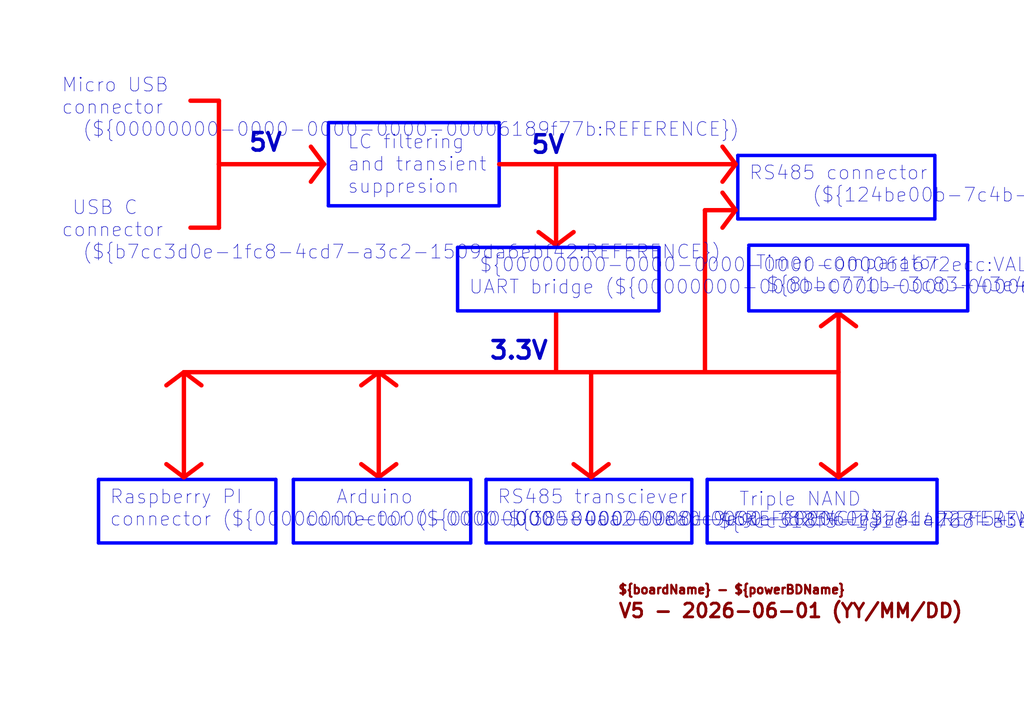
<source format=kicad_sch>
(kicad_sch (version 20230121) (generator eeschema)
  (paper "A4")
  (title_block (title "${boardName} - ${powerBDName}") (date "2023-06-18") (rev "V5"))
  (lib_symbols)
  (polyline (pts (xy 213.36 60.96) (xy 209.55 66.04)) (stroke (width 1.27) (type solid) (color 255 0 0 1)))
  (polyline (pts (xy 53.34 107.95) (xy 53.34 138.43)) (stroke (width 1.27) (type solid) (color 255 0 0 1)))
  (polyline (pts (xy 58.42 134.62) (xy 53.34 138.43)) (stroke (width 1.27) (type solid) (color 255 0 0 1)))
  (polyline (pts (xy 243.205 90.805) (xy 248.285 94.615)) (stroke (width 1.27) (type solid) (color 255 0 0 1)))
  (polyline (pts (xy 140.97 139.065) (xy 140.97 157.48)) (stroke (width 1) (type solid) (color 0 0 255 1)))
  (polyline (pts (xy 280.67 90.17) (xy 217.17 90.17)) (stroke (width 1) (type solid) (color 0 0 255 1)))
  (polyline (pts (xy 63.5 66.04) (xy 63.5 47.625)) (stroke (width 1.27) (type solid) (color 255 0 0 1)))
  (polyline (pts (xy 144.78 59.69) (xy 95.25 59.69)) (stroke (width 1) (type solid) (color 0 0 255 1)))
  (polyline (pts (xy 271.78 157.48) (xy 205.105 157.48)) (stroke (width 1) (type solid) (color 0 0 255 1)))
  (polyline (pts (xy 176.53 134.62) (xy 171.45 138.43)) (stroke (width 1.27) (type solid) (color 255 0 0 1)))
  (polyline (pts (xy 171.45 138.43) (xy 166.37 134.62)) (stroke (width 1.27) (type solid) (color 255 0 0 1)))
  (polyline (pts (xy 213.995 45.085) (xy 213.995 63.5)) (stroke (width 1) (type solid) (color 0 0 255 1)))
  (polyline (pts (xy 238.125 94.615) (xy 243.205 90.805)) (stroke (width 1.27) (type solid) (color 255 0 0 1)))
  (polyline (pts (xy 132.715 71.755) (xy 132.715 90.17)) (stroke (width 1) (type solid) (color 0 0 255 1)))
  (polyline (pts (xy 93.98 47.625) (xy 90.17 52.705)) (stroke (width 1.27) (type solid) (color 255 0 0 1)))
  (polyline (pts (xy 217.17 71.755) (xy 217.17 90.17)) (stroke (width 1) (type solid) (color 0 0 255 1)))
  (polyline (pts (xy 55.245 29.21) (xy 63.5 29.21)) (stroke (width 1.27) (type solid) (color 255 0 0 1)))
  (polyline (pts (xy 136.525 139.065) (xy 85.09 139.065)) (stroke (width 1) (type solid) (color 0 0 255 1)))
  (polyline (pts (xy 136.525 157.48) (xy 85.09 157.48)) (stroke (width 1) (type solid) (color 0 0 255 1)))
  (polyline (pts (xy 80.01 139.065) (xy 80.01 157.48)) (stroke (width 1) (type solid) (color 0 0 255 1)))
  (polyline (pts (xy 191.135 90.17) (xy 132.715 90.17)) (stroke (width 1) (type solid) (color 0 0 255 1)))
  (polyline (pts (xy 209.55 42.545) (xy 213.36 47.625)) (stroke (width 1.27) (type solid) (color 255 0 0 1)))
  (polyline (pts (xy 166.37 67.31) (xy 161.29 71.12)) (stroke (width 1.27) (type solid) (color 255 0 0 1)))
  (polyline (pts (xy 95.25 35.56) (xy 144.78 35.56)) (stroke (width 1) (type solid) (color 0 0 255 1)))
  (polyline (pts (xy 200.66 139.065) (xy 140.97 139.065)) (stroke (width 1) (type solid) (color 0 0 255 1)))
  (polyline (pts (xy 280.67 71.12) (xy 217.17 71.12)) (stroke (width 1) (type solid) (color 0 0 255 1)))
  (polyline (pts (xy 114.935 134.62) (xy 109.855 138.43)) (stroke (width 1.27) (type solid) (color 255 0 0 1)))
  (polyline (pts (xy 213.995 45.085) (xy 271.145 45.085)) (stroke (width 1) (type solid) (color 0 0 255 1)))
  (polyline (pts (xy 109.855 107.95) (xy 109.855 138.43)) (stroke (width 1.27) (type solid) (color 255 0 0 1)))
  (polyline (pts (xy 90.17 42.545) (xy 93.98 47.625)) (stroke (width 1.27) (type solid) (color 255 0 0 1)))
  (polyline (pts (xy 248.285 134.62) (xy 243.205 138.43)) (stroke (width 1.27) (type solid) (color 255 0 0 1)))
  (polyline (pts (xy 48.26 111.76) (xy 53.34 107.95)) (stroke (width 1.27) (type solid) (color 255 0 0 1)))
  (polyline (pts (xy 205.105 139.065) (xy 205.105 157.48)) (stroke (width 1) (type solid) (color 0 0 255 1)))
  (polyline (pts (xy 161.29 47.625) (xy 161.29 71.12)) (stroke (width 1.27) (type solid) (color 255 0 0 1)))
  (polyline (pts (xy 104.775 111.76) (xy 109.855 107.95)) (stroke (width 1.27) (type solid) (color 255 0 0 1)))
  (polyline (pts (xy 53.34 138.43) (xy 48.26 134.62)) (stroke (width 1.27) (type solid) (color 255 0 0 1)))
  (polyline (pts (xy 209.55 55.88) (xy 213.36 60.96)) (stroke (width 1.27) (type solid) (color 255 0 0 1)))
  (polyline (pts (xy 109.855 138.43) (xy 104.775 134.62)) (stroke (width 1.27) (type solid) (color 255 0 0 1)))
  (polyline (pts (xy 132.715 71.755) (xy 191.135 71.755)) (stroke (width 1) (type solid) (color 0 0 255 1)))
  (polyline (pts (xy 63.5 29.21) (xy 63.5 47.625)) (stroke (width 1.27) (type solid) (color 255 0 0 1)))
  (polyline (pts (xy 63.5 66.04) (xy 55.245 66.04)) (stroke (width 1.27) (type solid) (color 255 0 0 1)))
  (polyline (pts (xy 53.34 107.95) (xy 243.205 107.95)) (stroke (width 1.27) (type solid) (color 255 0 0 1)))
  (polyline (pts (xy 109.855 107.95) (xy 114.935 111.76)) (stroke (width 1.27) (type solid) (color 255 0 0 1)))
  (polyline (pts (xy 28.575 139.065) (xy 28.575 157.48)) (stroke (width 1) (type solid) (color 0 0 255 1)))
  (polyline (pts (xy 271.145 63.5) (xy 213.995 63.5)) (stroke (width 1) (type solid) (color 0 0 255 1)))
  (polyline (pts (xy 85.09 139.065) (xy 85.09 157.48)) (stroke (width 1) (type solid) (color 0 0 255 1)))
  (polyline (pts (xy 271.145 45.085) (xy 271.145 63.5)) (stroke (width 1) (type solid) (color 0 0 255 1)))
  (polyline (pts (xy 271.78 139.065) (xy 271.78 157.48)) (stroke (width 1) (type solid) (color 0 0 255 1)))
  (polyline (pts (xy 53.34 107.95) (xy 58.42 111.76)) (stroke (width 1.27) (type solid) (color 255 0 0 1)))
  (polyline (pts (xy 271.78 139.065) (xy 205.105 139.065)) (stroke (width 1) (type solid) (color 0 0 255 1)))
  (polyline (pts (xy 80.01 157.48) (xy 28.575 157.48)) (stroke (width 1) (type solid) (color 0 0 255 1)))
  (polyline (pts (xy 171.45 107.95) (xy 171.45 138.43)) (stroke (width 1.27) (type solid) (color 255 0 0 1)))
  (polyline (pts (xy 200.66 139.065) (xy 200.66 157.48)) (stroke (width 1) (type solid) (color 0 0 255 1)))
  (polyline (pts (xy 213.36 47.625) (xy 209.55 52.705)) (stroke (width 1.27) (type solid) (color 255 0 0 1)))
  (polyline (pts (xy 280.67 71.12) (xy 280.67 90.17)) (stroke (width 1) (type solid) (color 0 0 255 1)))
  (polyline (pts (xy 204.47 60.96) (xy 212.725 60.96)) (stroke (width 1.27) (type solid) (color 255 0 0 1)))
  (polyline (pts (xy 144.78 47.625) (xy 212.725 47.625)) (stroke (width 1.27) (type solid) (color 255 0 0 1)))
  (polyline (pts (xy 243.205 90.805) (xy 243.205 138.43)) (stroke (width 1.27) (type solid) (color 255 0 0 1)))
  (polyline (pts (xy 144.78 36.195) (xy 144.78 59.69)) (stroke (width 1) (type solid) (color 0 0 255 1)))
  (polyline (pts (xy 161.29 71.12) (xy 156.21 67.31)) (stroke (width 1.27) (type solid) (color 255 0 0 1)))
  (polyline (pts (xy 80.01 139.065) (xy 28.575 139.065)) (stroke (width 1) (type solid) (color 0 0 255 1)))
  (polyline (pts (xy 161.29 90.805) (xy 161.29 107.315)) (stroke (width 1.27) (type solid) (color 255 0 0 1)))
  (polyline (pts (xy 136.525 139.065) (xy 136.525 157.48)) (stroke (width 1) (type solid) (color 0 0 255 1)))
  (polyline (pts (xy 204.47 107.315) (xy 204.47 60.96)) (stroke (width 1.27) (type solid) (color 255 0 0 1)))
  (polyline (pts (xy 243.205 138.43) (xy 238.125 134.62)) (stroke (width 1.27) (type solid) (color 255 0 0 1)))
  (polyline (pts (xy 191.135 71.755) (xy 191.135 90.17)) (stroke (width 1) (type solid) (color 0 0 255 1)))
  (polyline (pts (xy 63.5 47.625) (xy 93.98 47.625)) (stroke (width 1.27) (type solid) (color 255 0 0 1)))
  (polyline (pts (xy 200.66 157.48) (xy 140.97 157.48)) (stroke (width 1) (type solid) (color 0 0 255 1)))
  (polyline (pts (xy 95.25 36.195) (xy 95.25 59.69)) (stroke (width 1) (type solid) (color 0 0 255 1)))
  (text "5V" (at 71.755 44.45 0) (effects (font (size 5.08 5.08) (thickness 1.016) bold) (justify left bottom)))
  (text "   Arduino\nconnector (${00000000-0000-0000-0000-000060e9a81a:REFERENCE})" (at 88.265 153.035 0) (effects (font (size 4 4)) (justify left bottom)))
  (text "RS485 connector\n      (${124be00b-7c4b-44a1-ac37-f5e21129a574:REFERENCE})" (at 217.17 59.055 0) (effects (font (size 4 4)) (justify left bottom)))
  (text "   Triple NAND\n ${9cc318f5-1a1e-4768-a3e4-faa81f67e5b1:VALUE} (${9cc318f5-1a1e-4768-a3e4-faa81f67e5b1:REFERENCE})" (at 205.105 153.67 0) (effects (font (size 4 4)) (justify left bottom)))
  (text "Raspberry PI\nconnector (${00000000-0000-0000-0000-000060ea0c9e:REFERENCE})" (at 31.75 153.035 0) (effects (font (size 4 4)) (justify left bottom)))
  (text "RS485 transciever\n ${38584aa2-988d-46de-8254-7374da227f54:VALUE} (${38584aa2-988d-46de-8254-7374da227f54:REFERENCE})" (at 144.145 153.035 0) (effects (font (size 4 4)) (justify left bottom)))
  (text "  LC filtering\n  and transient \n  suppresion" (at 94.615 56.515 0) (effects (font (size 4 4)) (justify left bottom)))
  (text "${REVISION} - ${CURRENT_DATE} (YY/MM/DD)" (at 179.07 179.705 0) (effects (font (size 4 4) (thickness 0.8) bold) (justify left bottom)))
  (text " USB C\nconnector\n  (${b7cc3d0e-1fc8-4cd7-a3c2-1509da6ebf42:REFERENCE})" (at 17.78 75.565 0) (effects (font (size 4 4)) (justify left bottom)))
  (text "5V" (at 153.67 45.085 0) (effects (font (size 5.08 5.08) (thickness 1.016) bold) (justify left bottom)))
  (text "Timer comparator\n ${8bbc771b-3c83-43e4-9319-f143e5621448:VALUE} (${8bbc771b-3c83-43e4-9319-f143e5621448:REFERENCE})" (at 219.075 85.09 0) (effects (font (size 4 4)) (justify left bottom)))
  (text "${boardName} - ${powerBDName}" (at 179.07 172.72 0) (effects (font (size 2.5 2.5) (thickness 0.8) bold) (justify left bottom)))
  (text "Micro USB\nconnector\n  (${00000000-0000-0000-0000-00006189f77b:REFERENCE})" (at 17.78 40.005 0) (effects (font (size 4 4)) (justify left bottom)))
  (text "3.3V" (at 141.605 104.775 0) (effects (font (size 5.08 5.08) (thickness 1.016) bold) (justify left bottom)))
  (text " ${00000000-0000-0000-0000-000061672ecc:VALUE} USB to\nUART bridge (${00000000-0000-0000-0000-000061672ecc:REFERENCE})" (at 135.89 85.725 0) (effects (font (size 4 4)) (justify left bottom)))
)
</source>
